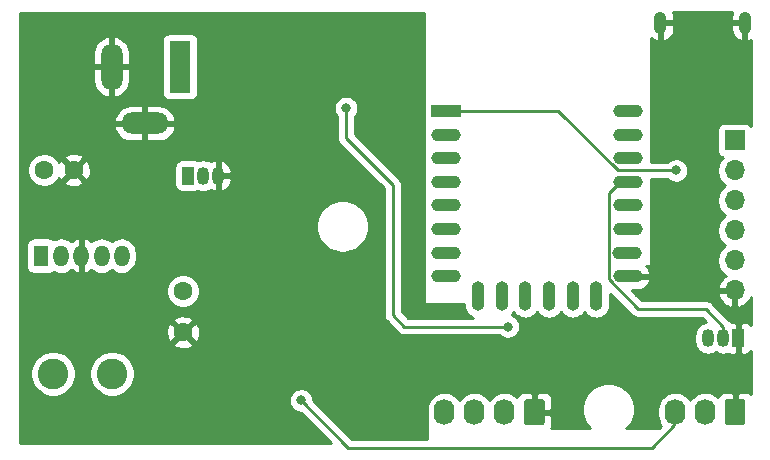
<source format=gbr>
G04 #@! TF.GenerationSoftware,KiCad,Pcbnew,(5.1.5)-3*
G04 #@! TF.CreationDate,2022-01-28T21:11:19+01:00*
G04 #@! TF.ProjectId,fanControl,66616e43-6f6e-4747-926f-6c2e6b696361,rev?*
G04 #@! TF.SameCoordinates,Original*
G04 #@! TF.FileFunction,Copper,L2,Bot*
G04 #@! TF.FilePolarity,Positive*
%FSLAX46Y46*%
G04 Gerber Fmt 4.6, Leading zero omitted, Abs format (unit mm)*
G04 Created by KiCad (PCBNEW (5.1.5)-3) date 2022-01-28 21:11:19*
%MOMM*%
%LPD*%
G04 APERTURE LIST*
%ADD10R,1.050000X1.500000*%
%ADD11O,1.050000X1.500000*%
%ADD12O,1.050000X1.900000*%
%ADD13O,1.740000X2.200000*%
%ADD14C,0.100000*%
%ADD15C,1.600000*%
%ADD16R,2.500000X1.100000*%
%ADD17O,2.500000X1.100000*%
%ADD18O,1.100000X2.500000*%
%ADD19O,1.700000X1.700000*%
%ADD20R,1.700000X1.700000*%
%ADD21C,2.600000*%
%ADD22O,4.000000X1.800000*%
%ADD23O,1.800000X4.000000*%
%ADD24R,1.800000X4.400000*%
%ADD25O,1.275000X1.800000*%
%ADD26R,1.275000X1.800000*%
%ADD27C,0.800000*%
%ADD28C,0.250000*%
%ADD29C,0.254000*%
G04 APERTURE END LIST*
D10*
X204500000Y-85250000D03*
D11*
X201960000Y-85250000D03*
X203230000Y-85250000D03*
D10*
X157930000Y-71480000D03*
D11*
X160470000Y-71480000D03*
X159200000Y-71480000D03*
D12*
X197925000Y-58550000D03*
X205075000Y-58550000D03*
D13*
X199170000Y-91500000D03*
X201710000Y-91500000D03*
G04 #@! TA.AperFunction,ComponentPad*
D14*
G36*
X204894505Y-90401204D02*
G01*
X204918773Y-90404804D01*
X204942572Y-90410765D01*
X204965671Y-90419030D01*
X204987850Y-90429520D01*
X205008893Y-90442132D01*
X205028599Y-90456747D01*
X205046777Y-90473223D01*
X205063253Y-90491401D01*
X205077868Y-90511107D01*
X205090480Y-90532150D01*
X205100970Y-90554329D01*
X205109235Y-90577428D01*
X205115196Y-90601227D01*
X205118796Y-90625495D01*
X205120000Y-90649999D01*
X205120000Y-92350001D01*
X205118796Y-92374505D01*
X205115196Y-92398773D01*
X205109235Y-92422572D01*
X205100970Y-92445671D01*
X205090480Y-92467850D01*
X205077868Y-92488893D01*
X205063253Y-92508599D01*
X205046777Y-92526777D01*
X205028599Y-92543253D01*
X205008893Y-92557868D01*
X204987850Y-92570480D01*
X204965671Y-92580970D01*
X204942572Y-92589235D01*
X204918773Y-92595196D01*
X204894505Y-92598796D01*
X204870001Y-92600000D01*
X203629999Y-92600000D01*
X203605495Y-92598796D01*
X203581227Y-92595196D01*
X203557428Y-92589235D01*
X203534329Y-92580970D01*
X203512150Y-92570480D01*
X203491107Y-92557868D01*
X203471401Y-92543253D01*
X203453223Y-92526777D01*
X203436747Y-92508599D01*
X203422132Y-92488893D01*
X203409520Y-92467850D01*
X203399030Y-92445671D01*
X203390765Y-92422572D01*
X203384804Y-92398773D01*
X203381204Y-92374505D01*
X203380000Y-92350001D01*
X203380000Y-90649999D01*
X203381204Y-90625495D01*
X203384804Y-90601227D01*
X203390765Y-90577428D01*
X203399030Y-90554329D01*
X203409520Y-90532150D01*
X203422132Y-90511107D01*
X203436747Y-90491401D01*
X203453223Y-90473223D01*
X203471401Y-90456747D01*
X203491107Y-90442132D01*
X203512150Y-90429520D01*
X203534329Y-90419030D01*
X203557428Y-90410765D01*
X203581227Y-90404804D01*
X203605495Y-90401204D01*
X203629999Y-90400000D01*
X204870001Y-90400000D01*
X204894505Y-90401204D01*
G37*
G04 #@! TD.AperFunction*
D13*
X179630000Y-91500000D03*
X182170000Y-91500000D03*
X184710000Y-91500000D03*
G04 #@! TA.AperFunction,ComponentPad*
D14*
G36*
X187894505Y-90401204D02*
G01*
X187918773Y-90404804D01*
X187942572Y-90410765D01*
X187965671Y-90419030D01*
X187987850Y-90429520D01*
X188008893Y-90442132D01*
X188028599Y-90456747D01*
X188046777Y-90473223D01*
X188063253Y-90491401D01*
X188077868Y-90511107D01*
X188090480Y-90532150D01*
X188100970Y-90554329D01*
X188109235Y-90577428D01*
X188115196Y-90601227D01*
X188118796Y-90625495D01*
X188120000Y-90649999D01*
X188120000Y-92350001D01*
X188118796Y-92374505D01*
X188115196Y-92398773D01*
X188109235Y-92422572D01*
X188100970Y-92445671D01*
X188090480Y-92467850D01*
X188077868Y-92488893D01*
X188063253Y-92508599D01*
X188046777Y-92526777D01*
X188028599Y-92543253D01*
X188008893Y-92557868D01*
X187987850Y-92570480D01*
X187965671Y-92580970D01*
X187942572Y-92589235D01*
X187918773Y-92595196D01*
X187894505Y-92598796D01*
X187870001Y-92600000D01*
X186629999Y-92600000D01*
X186605495Y-92598796D01*
X186581227Y-92595196D01*
X186557428Y-92589235D01*
X186534329Y-92580970D01*
X186512150Y-92570480D01*
X186491107Y-92557868D01*
X186471401Y-92543253D01*
X186453223Y-92526777D01*
X186436747Y-92508599D01*
X186422132Y-92488893D01*
X186409520Y-92467850D01*
X186399030Y-92445671D01*
X186390765Y-92422572D01*
X186384804Y-92398773D01*
X186381204Y-92374505D01*
X186380000Y-92350001D01*
X186380000Y-90649999D01*
X186381204Y-90625495D01*
X186384804Y-90601227D01*
X186390765Y-90577428D01*
X186399030Y-90554329D01*
X186409520Y-90532150D01*
X186422132Y-90511107D01*
X186436747Y-90491401D01*
X186453223Y-90473223D01*
X186471401Y-90456747D01*
X186491107Y-90442132D01*
X186512150Y-90429520D01*
X186534329Y-90419030D01*
X186557428Y-90410765D01*
X186581227Y-90404804D01*
X186605495Y-90401204D01*
X186629999Y-90400000D01*
X187870001Y-90400000D01*
X187894505Y-90401204D01*
G37*
G04 #@! TD.AperFunction*
D15*
X157500000Y-84750000D03*
X157500000Y-81250000D03*
D16*
X179800000Y-66000000D03*
D17*
X179800000Y-68000000D03*
X179800000Y-70000000D03*
X179800000Y-72000000D03*
X179800000Y-74000000D03*
X179800000Y-76000000D03*
X179800000Y-78000000D03*
X179800000Y-80000000D03*
X195200000Y-80000000D03*
X195100000Y-78000000D03*
X195200000Y-76000000D03*
X195200000Y-74000000D03*
X195200000Y-72000000D03*
X195200000Y-70000000D03*
X195200000Y-68000000D03*
X195200000Y-66000000D03*
D18*
X182490000Y-81700000D03*
X184490000Y-81700000D03*
X186490000Y-81700000D03*
X188490000Y-81700000D03*
X190490000Y-81700000D03*
X192490000Y-81700000D03*
D19*
X204200000Y-81200000D03*
X204200000Y-78660000D03*
X204200000Y-76120000D03*
X204200000Y-73580000D03*
X204200000Y-71040000D03*
D20*
X204200000Y-68500000D03*
D21*
X146500000Y-88250000D03*
X151500000Y-88250000D03*
D15*
X148250000Y-71000000D03*
X145750000Y-71000000D03*
D22*
X154250000Y-67050000D03*
D23*
X151450000Y-62250000D03*
D24*
X157250000Y-62250000D03*
D25*
X152300000Y-78250000D03*
X150600000Y-78250000D03*
X148900000Y-78250000D03*
X147200000Y-78250000D03*
D26*
X145500000Y-78250000D03*
D27*
X171362500Y-58062500D03*
X174550000Y-65200000D03*
X173400000Y-86000000D03*
X167500000Y-90500000D03*
X199250000Y-71040000D03*
X171300000Y-65750000D03*
X185000000Y-84250000D03*
D28*
X204200000Y-81200000D02*
X199700000Y-81200000D01*
X198500000Y-80000000D02*
X194500000Y-80000000D01*
X199700000Y-81200000D02*
X198500000Y-80000000D01*
X193524990Y-72975010D02*
X194500000Y-72000000D01*
X193524990Y-80262441D02*
X193524990Y-72975010D01*
X201742441Y-82762441D02*
X196024990Y-82762441D01*
X196024990Y-82762441D02*
X193524990Y-80262441D01*
X203230000Y-84250000D02*
X201742441Y-82762441D01*
X203230000Y-85250000D02*
X203230000Y-84250000D01*
X199110000Y-92600000D02*
X199110000Y-91500000D01*
X197210000Y-94500000D02*
X199110000Y-92600000D01*
X167500000Y-90500000D02*
X171500000Y-94500000D01*
X171500000Y-94500000D02*
X197210000Y-94500000D01*
X189250000Y-66000000D02*
X194290000Y-71040000D01*
X180500000Y-66000000D02*
X189250000Y-66000000D01*
X194290000Y-71040000D02*
X199250000Y-71040000D01*
X199250000Y-71040000D02*
X199250000Y-71040000D01*
X171300000Y-65750000D02*
X171300000Y-68300000D01*
X171300000Y-68300000D02*
X175250000Y-72250000D01*
X175250000Y-72250000D02*
X175250000Y-83250000D01*
X175250000Y-83250000D02*
X176250000Y-84250000D01*
X176250000Y-84250000D02*
X185000000Y-84250000D01*
X185000000Y-84250000D02*
X185000000Y-84250000D01*
D29*
G36*
X203962066Y-57774135D02*
G01*
X203915000Y-57998000D01*
X203915000Y-58423000D01*
X204948000Y-58423000D01*
X204948000Y-58403000D01*
X205202000Y-58403000D01*
X205202000Y-58423000D01*
X205222000Y-58423000D01*
X205222000Y-58677000D01*
X205202000Y-58677000D01*
X205202000Y-59968163D01*
X205380810Y-60093964D01*
X205565000Y-60027654D01*
X205565000Y-67276574D01*
X205501185Y-67198815D01*
X205404494Y-67119463D01*
X205294180Y-67060498D01*
X205174482Y-67024188D01*
X205050000Y-67011928D01*
X203350000Y-67011928D01*
X203225518Y-67024188D01*
X203105820Y-67060498D01*
X202995506Y-67119463D01*
X202898815Y-67198815D01*
X202819463Y-67295506D01*
X202760498Y-67405820D01*
X202724188Y-67525518D01*
X202711928Y-67650000D01*
X202711928Y-69350000D01*
X202724188Y-69474482D01*
X202760498Y-69594180D01*
X202819463Y-69704494D01*
X202898815Y-69801185D01*
X202995506Y-69880537D01*
X203105820Y-69939502D01*
X203178380Y-69961513D01*
X203046525Y-70093368D01*
X202884010Y-70336589D01*
X202772068Y-70606842D01*
X202715000Y-70893740D01*
X202715000Y-71186260D01*
X202772068Y-71473158D01*
X202884010Y-71743411D01*
X203046525Y-71986632D01*
X203253368Y-72193475D01*
X203427760Y-72310000D01*
X203253368Y-72426525D01*
X203046525Y-72633368D01*
X202884010Y-72876589D01*
X202772068Y-73146842D01*
X202715000Y-73433740D01*
X202715000Y-73726260D01*
X202772068Y-74013158D01*
X202884010Y-74283411D01*
X203046525Y-74526632D01*
X203253368Y-74733475D01*
X203427760Y-74850000D01*
X203253368Y-74966525D01*
X203046525Y-75173368D01*
X202884010Y-75416589D01*
X202772068Y-75686842D01*
X202715000Y-75973740D01*
X202715000Y-76266260D01*
X202772068Y-76553158D01*
X202884010Y-76823411D01*
X203046525Y-77066632D01*
X203253368Y-77273475D01*
X203427760Y-77390000D01*
X203253368Y-77506525D01*
X203046525Y-77713368D01*
X202884010Y-77956589D01*
X202772068Y-78226842D01*
X202715000Y-78513740D01*
X202715000Y-78806260D01*
X202772068Y-79093158D01*
X202884010Y-79363411D01*
X203046525Y-79606632D01*
X203253368Y-79813475D01*
X203435534Y-79935195D01*
X203318645Y-80004822D01*
X203102412Y-80199731D01*
X202928359Y-80433080D01*
X202803175Y-80695901D01*
X202758524Y-80843110D01*
X202879845Y-81073000D01*
X204073000Y-81073000D01*
X204073000Y-81053000D01*
X204327000Y-81053000D01*
X204327000Y-81073000D01*
X204347000Y-81073000D01*
X204347000Y-81327000D01*
X204327000Y-81327000D01*
X204327000Y-82520814D01*
X204556891Y-82641481D01*
X204831252Y-82544157D01*
X205081355Y-82395178D01*
X205297588Y-82200269D01*
X205471641Y-81966920D01*
X205565001Y-81770914D01*
X205565001Y-84163211D01*
X205555537Y-84145506D01*
X205476185Y-84048815D01*
X205379494Y-83969463D01*
X205269180Y-83910498D01*
X205149482Y-83874188D01*
X205025000Y-83861928D01*
X204785750Y-83865000D01*
X204627000Y-84023750D01*
X204627000Y-85123000D01*
X204647000Y-85123000D01*
X204647000Y-85377000D01*
X204627000Y-85377000D01*
X204627000Y-86476250D01*
X204785750Y-86635000D01*
X205025000Y-86638072D01*
X205149482Y-86625812D01*
X205269180Y-86589502D01*
X205379494Y-86530537D01*
X205476185Y-86451185D01*
X205555537Y-86354494D01*
X205565001Y-86336789D01*
X205565001Y-89943740D01*
X205474494Y-89869463D01*
X205364180Y-89810498D01*
X205244482Y-89774188D01*
X205120000Y-89761928D01*
X204535750Y-89765000D01*
X204377000Y-89923750D01*
X204377000Y-91373000D01*
X204397000Y-91373000D01*
X204397000Y-91627000D01*
X204377000Y-91627000D01*
X204377000Y-91647000D01*
X204123000Y-91647000D01*
X204123000Y-91627000D01*
X204103000Y-91627000D01*
X204103000Y-91373000D01*
X204123000Y-91373000D01*
X204123000Y-89923750D01*
X203964250Y-89765000D01*
X203380000Y-89761928D01*
X203255518Y-89774188D01*
X203135820Y-89810498D01*
X203025506Y-89869463D01*
X202928815Y-89948815D01*
X202849463Y-90045506D01*
X202790498Y-90155820D01*
X202777385Y-90199047D01*
X202550179Y-90012583D01*
X202288725Y-89872834D01*
X202005032Y-89786776D01*
X201710000Y-89757718D01*
X201414969Y-89786776D01*
X201131276Y-89872834D01*
X200869822Y-90012583D01*
X200640655Y-90200655D01*
X200452583Y-90429821D01*
X200440000Y-90453362D01*
X200427417Y-90429821D01*
X200239345Y-90200655D01*
X200010179Y-90012583D01*
X199748725Y-89872834D01*
X199465032Y-89786776D01*
X199170000Y-89757718D01*
X198874969Y-89786776D01*
X198591276Y-89872834D01*
X198329822Y-90012583D01*
X198100655Y-90200655D01*
X197912583Y-90429821D01*
X197772834Y-90691275D01*
X197686776Y-90974968D01*
X197665000Y-91196064D01*
X197665000Y-91803935D01*
X197686776Y-92025031D01*
X197772834Y-92308724D01*
X197912583Y-92570178D01*
X197981295Y-92653904D01*
X197761967Y-92873232D01*
X195037603Y-92873164D01*
X195236038Y-92674729D01*
X195480631Y-92308669D01*
X195649110Y-91901925D01*
X195735000Y-91470128D01*
X195735000Y-91029872D01*
X195649110Y-90598075D01*
X195480631Y-90191331D01*
X195236038Y-89825271D01*
X194924729Y-89513962D01*
X194558669Y-89269369D01*
X194151925Y-89100890D01*
X193720128Y-89015000D01*
X193279872Y-89015000D01*
X192848075Y-89100890D01*
X192441331Y-89269369D01*
X192075271Y-89513962D01*
X191763962Y-89825271D01*
X191519369Y-90191331D01*
X191350890Y-90598075D01*
X191265000Y-91029872D01*
X191265000Y-91470128D01*
X191350890Y-91901925D01*
X191519369Y-92308669D01*
X191763962Y-92674729D01*
X191962320Y-92873087D01*
X188694095Y-92873005D01*
X188709502Y-92844180D01*
X188745812Y-92724482D01*
X188758072Y-92600000D01*
X188755000Y-91785750D01*
X188596250Y-91627000D01*
X187377000Y-91627000D01*
X187377000Y-91647000D01*
X187123000Y-91647000D01*
X187123000Y-91627000D01*
X187103000Y-91627000D01*
X187103000Y-91373000D01*
X187123000Y-91373000D01*
X187123000Y-89923750D01*
X187377000Y-89923750D01*
X187377000Y-91373000D01*
X188596250Y-91373000D01*
X188755000Y-91214250D01*
X188758072Y-90400000D01*
X188745812Y-90275518D01*
X188709502Y-90155820D01*
X188650537Y-90045506D01*
X188571185Y-89948815D01*
X188474494Y-89869463D01*
X188364180Y-89810498D01*
X188244482Y-89774188D01*
X188120000Y-89761928D01*
X187535750Y-89765000D01*
X187377000Y-89923750D01*
X187123000Y-89923750D01*
X186964250Y-89765000D01*
X186380000Y-89761928D01*
X186255518Y-89774188D01*
X186135820Y-89810498D01*
X186025506Y-89869463D01*
X185928815Y-89948815D01*
X185849463Y-90045506D01*
X185790498Y-90155820D01*
X185777385Y-90199047D01*
X185550179Y-90012583D01*
X185288725Y-89872834D01*
X185005032Y-89786776D01*
X184710000Y-89757718D01*
X184414969Y-89786776D01*
X184131276Y-89872834D01*
X183869822Y-90012583D01*
X183640655Y-90200655D01*
X183452583Y-90429821D01*
X183440000Y-90453362D01*
X183427417Y-90429821D01*
X183239345Y-90200655D01*
X183010179Y-90012583D01*
X182748725Y-89872834D01*
X182465032Y-89786776D01*
X182170000Y-89757718D01*
X181874969Y-89786776D01*
X181591276Y-89872834D01*
X181329822Y-90012583D01*
X181100655Y-90200655D01*
X180912583Y-90429821D01*
X180900000Y-90453362D01*
X180887417Y-90429821D01*
X180699345Y-90200655D01*
X180470179Y-90012583D01*
X180208725Y-89872834D01*
X179925032Y-89786776D01*
X179630000Y-89757718D01*
X179334969Y-89786776D01*
X179051276Y-89872834D01*
X178789822Y-90012583D01*
X178560655Y-90200655D01*
X178372583Y-90429821D01*
X178232834Y-90691275D01*
X178146776Y-90974968D01*
X178125000Y-91196064D01*
X178125000Y-91803935D01*
X178146776Y-92025031D01*
X178182472Y-92142703D01*
X178179444Y-92144321D01*
X178160199Y-92160115D01*
X178144404Y-92179360D01*
X178132668Y-92201316D01*
X178125441Y-92225141D01*
X178123000Y-92249919D01*
X178123000Y-93740000D01*
X171814802Y-93740000D01*
X168535000Y-90460199D01*
X168535000Y-90398061D01*
X168495226Y-90198102D01*
X168417205Y-90009744D01*
X168303937Y-89840226D01*
X168159774Y-89696063D01*
X167990256Y-89582795D01*
X167801898Y-89504774D01*
X167601939Y-89465000D01*
X167398061Y-89465000D01*
X167198102Y-89504774D01*
X167009744Y-89582795D01*
X166840226Y-89696063D01*
X166696063Y-89840226D01*
X166582795Y-90009744D01*
X166504774Y-90198102D01*
X166465000Y-90398061D01*
X166465000Y-90601939D01*
X166504774Y-90801898D01*
X166582795Y-90990256D01*
X166696063Y-91159774D01*
X166840226Y-91303937D01*
X167009744Y-91417205D01*
X167198102Y-91495226D01*
X167398061Y-91535000D01*
X167460199Y-91535000D01*
X170048198Y-94123000D01*
X143685000Y-94123000D01*
X143685000Y-88059419D01*
X144565000Y-88059419D01*
X144565000Y-88440581D01*
X144639361Y-88814419D01*
X144785225Y-89166566D01*
X144996987Y-89483491D01*
X145266509Y-89753013D01*
X145583434Y-89964775D01*
X145935581Y-90110639D01*
X146309419Y-90185000D01*
X146690581Y-90185000D01*
X147064419Y-90110639D01*
X147416566Y-89964775D01*
X147733491Y-89753013D01*
X148003013Y-89483491D01*
X148214775Y-89166566D01*
X148360639Y-88814419D01*
X148435000Y-88440581D01*
X148435000Y-88059419D01*
X149565000Y-88059419D01*
X149565000Y-88440581D01*
X149639361Y-88814419D01*
X149785225Y-89166566D01*
X149996987Y-89483491D01*
X150266509Y-89753013D01*
X150583434Y-89964775D01*
X150935581Y-90110639D01*
X151309419Y-90185000D01*
X151690581Y-90185000D01*
X152064419Y-90110639D01*
X152416566Y-89964775D01*
X152733491Y-89753013D01*
X153003013Y-89483491D01*
X153214775Y-89166566D01*
X153360639Y-88814419D01*
X153435000Y-88440581D01*
X153435000Y-88059419D01*
X153360639Y-87685581D01*
X153214775Y-87333434D01*
X153003013Y-87016509D01*
X152733491Y-86746987D01*
X152416566Y-86535225D01*
X152064419Y-86389361D01*
X151690581Y-86315000D01*
X151309419Y-86315000D01*
X150935581Y-86389361D01*
X150583434Y-86535225D01*
X150266509Y-86746987D01*
X149996987Y-87016509D01*
X149785225Y-87333434D01*
X149639361Y-87685581D01*
X149565000Y-88059419D01*
X148435000Y-88059419D01*
X148360639Y-87685581D01*
X148214775Y-87333434D01*
X148003013Y-87016509D01*
X147733491Y-86746987D01*
X147416566Y-86535225D01*
X147064419Y-86389361D01*
X146690581Y-86315000D01*
X146309419Y-86315000D01*
X145935581Y-86389361D01*
X145583434Y-86535225D01*
X145266509Y-86746987D01*
X144996987Y-87016509D01*
X144785225Y-87333434D01*
X144639361Y-87685581D01*
X144565000Y-88059419D01*
X143685000Y-88059419D01*
X143685000Y-85742702D01*
X156686903Y-85742702D01*
X156758486Y-85986671D01*
X157013996Y-86107571D01*
X157288184Y-86176300D01*
X157570512Y-86190217D01*
X157850130Y-86148787D01*
X158116292Y-86053603D01*
X158241514Y-85986671D01*
X158313097Y-85742702D01*
X157500000Y-84929605D01*
X156686903Y-85742702D01*
X143685000Y-85742702D01*
X143685000Y-84820512D01*
X156059783Y-84820512D01*
X156101213Y-85100130D01*
X156196397Y-85366292D01*
X156263329Y-85491514D01*
X156507298Y-85563097D01*
X157320395Y-84750000D01*
X157679605Y-84750000D01*
X158492702Y-85563097D01*
X158736671Y-85491514D01*
X158857571Y-85236004D01*
X158926300Y-84961816D01*
X158940217Y-84679488D01*
X158898787Y-84399870D01*
X158803603Y-84133708D01*
X158736671Y-84008486D01*
X158492702Y-83936903D01*
X157679605Y-84750000D01*
X157320395Y-84750000D01*
X156507298Y-83936903D01*
X156263329Y-84008486D01*
X156142429Y-84263996D01*
X156073700Y-84538184D01*
X156059783Y-84820512D01*
X143685000Y-84820512D01*
X143685000Y-83757298D01*
X156686903Y-83757298D01*
X157500000Y-84570395D01*
X158313097Y-83757298D01*
X158241514Y-83513329D01*
X157986004Y-83392429D01*
X157711816Y-83323700D01*
X157429488Y-83309783D01*
X157149870Y-83351213D01*
X156883708Y-83446397D01*
X156758486Y-83513329D01*
X156686903Y-83757298D01*
X143685000Y-83757298D01*
X143685000Y-81108665D01*
X156065000Y-81108665D01*
X156065000Y-81391335D01*
X156120147Y-81668574D01*
X156228320Y-81929727D01*
X156385363Y-82164759D01*
X156585241Y-82364637D01*
X156820273Y-82521680D01*
X157081426Y-82629853D01*
X157358665Y-82685000D01*
X157641335Y-82685000D01*
X157918574Y-82629853D01*
X158179727Y-82521680D01*
X158414759Y-82364637D01*
X158614637Y-82164759D01*
X158771680Y-81929727D01*
X158879853Y-81668574D01*
X158935000Y-81391335D01*
X158935000Y-81108665D01*
X158879853Y-80831426D01*
X158771680Y-80570273D01*
X158614637Y-80335241D01*
X158414759Y-80135363D01*
X158179727Y-79978320D01*
X157918574Y-79870147D01*
X157641335Y-79815000D01*
X157358665Y-79815000D01*
X157081426Y-79870147D01*
X156820273Y-79978320D01*
X156585241Y-80135363D01*
X156385363Y-80335241D01*
X156228320Y-80570273D01*
X156120147Y-80831426D01*
X156065000Y-81108665D01*
X143685000Y-81108665D01*
X143685000Y-77350000D01*
X144224428Y-77350000D01*
X144224428Y-79150000D01*
X144236688Y-79274482D01*
X144272998Y-79394180D01*
X144331963Y-79504494D01*
X144411315Y-79601185D01*
X144508006Y-79680537D01*
X144618320Y-79739502D01*
X144738018Y-79775812D01*
X144862500Y-79788072D01*
X146137500Y-79788072D01*
X146261982Y-79775812D01*
X146381680Y-79739502D01*
X146491994Y-79680537D01*
X146568443Y-79617797D01*
X146710680Y-79693825D01*
X146950547Y-79766588D01*
X147200000Y-79791157D01*
X147449454Y-79766588D01*
X147689321Y-79693825D01*
X147910384Y-79575664D01*
X148049392Y-79461583D01*
X148090009Y-79502095D01*
X148298633Y-79641102D01*
X148530367Y-79736737D01*
X148576495Y-79743191D01*
X148773000Y-79618985D01*
X148773000Y-78377000D01*
X148753000Y-78377000D01*
X148753000Y-78123000D01*
X148773000Y-78123000D01*
X148773000Y-76881015D01*
X149027000Y-76881015D01*
X149027000Y-78123000D01*
X149047000Y-78123000D01*
X149047000Y-78377000D01*
X149027000Y-78377000D01*
X149027000Y-79618985D01*
X149223505Y-79743191D01*
X149269633Y-79736737D01*
X149501367Y-79641102D01*
X149709991Y-79502095D01*
X149750609Y-79461583D01*
X149889617Y-79575664D01*
X150110680Y-79693825D01*
X150350547Y-79766588D01*
X150600000Y-79791157D01*
X150849454Y-79766588D01*
X151089321Y-79693825D01*
X151310384Y-79575664D01*
X151450001Y-79461084D01*
X151589617Y-79575664D01*
X151810680Y-79693825D01*
X152050547Y-79766588D01*
X152300000Y-79791157D01*
X152549454Y-79766588D01*
X152789321Y-79693825D01*
X153010384Y-79575664D01*
X153204147Y-79416647D01*
X153363164Y-79222884D01*
X153481325Y-79001820D01*
X153554088Y-78761953D01*
X153572500Y-78575012D01*
X153572500Y-77924987D01*
X153554088Y-77738046D01*
X153481325Y-77498179D01*
X153363164Y-77277116D01*
X153204147Y-77083353D01*
X153010383Y-76924336D01*
X152789320Y-76806175D01*
X152549453Y-76733412D01*
X152300000Y-76708843D01*
X152050546Y-76733412D01*
X151810679Y-76806175D01*
X151589616Y-76924336D01*
X151450000Y-77038916D01*
X151310383Y-76924336D01*
X151089320Y-76806175D01*
X150849453Y-76733412D01*
X150600000Y-76708843D01*
X150350546Y-76733412D01*
X150110679Y-76806175D01*
X149889616Y-76924336D01*
X149750608Y-77038417D01*
X149709991Y-76997905D01*
X149501367Y-76858898D01*
X149269633Y-76763263D01*
X149223505Y-76756809D01*
X149027000Y-76881015D01*
X148773000Y-76881015D01*
X148576495Y-76756809D01*
X148530367Y-76763263D01*
X148298633Y-76858898D01*
X148090009Y-76997905D01*
X148049392Y-77038417D01*
X147910383Y-76924336D01*
X147689320Y-76806175D01*
X147449453Y-76733412D01*
X147200000Y-76708843D01*
X146950546Y-76733412D01*
X146710679Y-76806175D01*
X146568442Y-76882202D01*
X146491994Y-76819463D01*
X146381680Y-76760498D01*
X146261982Y-76724188D01*
X146137500Y-76711928D01*
X144862500Y-76711928D01*
X144738018Y-76724188D01*
X144618320Y-76760498D01*
X144508006Y-76819463D01*
X144411315Y-76898815D01*
X144331963Y-76995506D01*
X144272998Y-77105820D01*
X144236688Y-77225518D01*
X144224428Y-77350000D01*
X143685000Y-77350000D01*
X143685000Y-75529872D01*
X168765000Y-75529872D01*
X168765000Y-75970128D01*
X168850890Y-76401925D01*
X169019369Y-76808669D01*
X169263962Y-77174729D01*
X169575271Y-77486038D01*
X169941331Y-77730631D01*
X170348075Y-77899110D01*
X170779872Y-77985000D01*
X171220128Y-77985000D01*
X171651925Y-77899110D01*
X172058669Y-77730631D01*
X172424729Y-77486038D01*
X172736038Y-77174729D01*
X172980631Y-76808669D01*
X173149110Y-76401925D01*
X173235000Y-75970128D01*
X173235000Y-75529872D01*
X173149110Y-75098075D01*
X172980631Y-74691331D01*
X172736038Y-74325271D01*
X172424729Y-74013962D01*
X172058669Y-73769369D01*
X171651925Y-73600890D01*
X171220128Y-73515000D01*
X170779872Y-73515000D01*
X170348075Y-73600890D01*
X169941331Y-73769369D01*
X169575271Y-74013962D01*
X169263962Y-74325271D01*
X169019369Y-74691331D01*
X168850890Y-75098075D01*
X168765000Y-75529872D01*
X143685000Y-75529872D01*
X143685000Y-70858665D01*
X144315000Y-70858665D01*
X144315000Y-71141335D01*
X144370147Y-71418574D01*
X144478320Y-71679727D01*
X144635363Y-71914759D01*
X144835241Y-72114637D01*
X145070273Y-72271680D01*
X145331426Y-72379853D01*
X145608665Y-72435000D01*
X145891335Y-72435000D01*
X146168574Y-72379853D01*
X146429727Y-72271680D01*
X146664759Y-72114637D01*
X146786694Y-71992702D01*
X147436903Y-71992702D01*
X147508486Y-72236671D01*
X147763996Y-72357571D01*
X148038184Y-72426300D01*
X148320512Y-72440217D01*
X148600130Y-72398787D01*
X148866292Y-72303603D01*
X148991514Y-72236671D01*
X149063097Y-71992702D01*
X148250000Y-71179605D01*
X147436903Y-71992702D01*
X146786694Y-71992702D01*
X146864637Y-71914759D01*
X146998692Y-71714131D01*
X147013329Y-71741514D01*
X147257298Y-71813097D01*
X148070395Y-71000000D01*
X148429605Y-71000000D01*
X149242702Y-71813097D01*
X149486671Y-71741514D01*
X149607571Y-71486004D01*
X149676300Y-71211816D01*
X149690217Y-70929488D01*
X149660660Y-70730000D01*
X156766928Y-70730000D01*
X156766928Y-72230000D01*
X156779188Y-72354482D01*
X156815498Y-72474180D01*
X156874463Y-72584494D01*
X156953815Y-72681185D01*
X157050506Y-72760537D01*
X157160820Y-72819502D01*
X157280518Y-72855812D01*
X157405000Y-72868072D01*
X158455000Y-72868072D01*
X158579482Y-72855812D01*
X158699180Y-72819502D01*
X158763902Y-72784907D01*
X158972601Y-72848215D01*
X159200000Y-72870612D01*
X159427400Y-72848215D01*
X159646060Y-72781885D01*
X159834669Y-72681071D01*
X159893118Y-72722275D01*
X160102663Y-72815272D01*
X160164190Y-72823964D01*
X160343000Y-72698163D01*
X160343000Y-71933108D01*
X160343215Y-71932399D01*
X160360000Y-71761978D01*
X160360000Y-71607000D01*
X160597000Y-71607000D01*
X160597000Y-72698163D01*
X160775810Y-72823964D01*
X160837337Y-72815272D01*
X161046882Y-72722275D01*
X161234258Y-72590184D01*
X161392264Y-72424076D01*
X161514828Y-72230334D01*
X161597239Y-72016404D01*
X161636331Y-71790507D01*
X161476598Y-71607000D01*
X160597000Y-71607000D01*
X160360000Y-71607000D01*
X160360000Y-71198021D01*
X160343215Y-71027600D01*
X160343000Y-71026891D01*
X160343000Y-70261837D01*
X160597000Y-70261837D01*
X160597000Y-71353000D01*
X161476598Y-71353000D01*
X161636331Y-71169493D01*
X161597239Y-70943596D01*
X161514828Y-70729666D01*
X161392264Y-70535924D01*
X161234258Y-70369816D01*
X161046882Y-70237725D01*
X160837337Y-70144728D01*
X160775810Y-70136036D01*
X160597000Y-70261837D01*
X160343000Y-70261837D01*
X160164190Y-70136036D01*
X160102663Y-70144728D01*
X159893118Y-70237725D01*
X159834669Y-70278929D01*
X159646059Y-70178115D01*
X159427399Y-70111785D01*
X159200000Y-70089388D01*
X158972600Y-70111785D01*
X158763902Y-70175093D01*
X158699180Y-70140498D01*
X158579482Y-70104188D01*
X158455000Y-70091928D01*
X157405000Y-70091928D01*
X157280518Y-70104188D01*
X157160820Y-70140498D01*
X157050506Y-70199463D01*
X156953815Y-70278815D01*
X156874463Y-70375506D01*
X156815498Y-70485820D01*
X156779188Y-70605518D01*
X156766928Y-70730000D01*
X149660660Y-70730000D01*
X149648787Y-70649870D01*
X149553603Y-70383708D01*
X149486671Y-70258486D01*
X149242702Y-70186903D01*
X148429605Y-71000000D01*
X148070395Y-71000000D01*
X147257298Y-70186903D01*
X147013329Y-70258486D01*
X146999676Y-70287341D01*
X146864637Y-70085241D01*
X146786694Y-70007298D01*
X147436903Y-70007298D01*
X148250000Y-70820395D01*
X149063097Y-70007298D01*
X148991514Y-69763329D01*
X148736004Y-69642429D01*
X148461816Y-69573700D01*
X148179488Y-69559783D01*
X147899870Y-69601213D01*
X147633708Y-69696397D01*
X147508486Y-69763329D01*
X147436903Y-70007298D01*
X146786694Y-70007298D01*
X146664759Y-69885363D01*
X146429727Y-69728320D01*
X146168574Y-69620147D01*
X145891335Y-69565000D01*
X145608665Y-69565000D01*
X145331426Y-69620147D01*
X145070273Y-69728320D01*
X144835241Y-69885363D01*
X144635363Y-70085241D01*
X144478320Y-70320273D01*
X144370147Y-70581426D01*
X144315000Y-70858665D01*
X143685000Y-70858665D01*
X143685000Y-67414740D01*
X151658964Y-67414740D01*
X151683245Y-67520087D01*
X151803138Y-67797204D01*
X151974790Y-68045606D01*
X152191604Y-68255748D01*
X152445249Y-68419554D01*
X152725977Y-68530729D01*
X153023000Y-68585000D01*
X154123000Y-68585000D01*
X154123000Y-67177000D01*
X154377000Y-67177000D01*
X154377000Y-68585000D01*
X155477000Y-68585000D01*
X155774023Y-68530729D01*
X156054751Y-68419554D01*
X156308396Y-68255748D01*
X156525210Y-68045606D01*
X156696862Y-67797204D01*
X156816755Y-67520087D01*
X156841036Y-67414740D01*
X156720378Y-67177000D01*
X154377000Y-67177000D01*
X154123000Y-67177000D01*
X151779622Y-67177000D01*
X151658964Y-67414740D01*
X143685000Y-67414740D01*
X143685000Y-66685260D01*
X151658964Y-66685260D01*
X151779622Y-66923000D01*
X154123000Y-66923000D01*
X154123000Y-65515000D01*
X154377000Y-65515000D01*
X154377000Y-66923000D01*
X156720378Y-66923000D01*
X156841036Y-66685260D01*
X156816755Y-66579913D01*
X156696862Y-66302796D01*
X156525210Y-66054394D01*
X156308396Y-65844252D01*
X156054751Y-65680446D01*
X155774023Y-65569271D01*
X155477000Y-65515000D01*
X154377000Y-65515000D01*
X154123000Y-65515000D01*
X153023000Y-65515000D01*
X152725977Y-65569271D01*
X152445249Y-65680446D01*
X152191604Y-65844252D01*
X151974790Y-66054394D01*
X151803138Y-66302796D01*
X151683245Y-66579913D01*
X151658964Y-66685260D01*
X143685000Y-66685260D01*
X143685000Y-62377000D01*
X149915000Y-62377000D01*
X149915000Y-63477000D01*
X149969271Y-63774023D01*
X150080446Y-64054751D01*
X150244252Y-64308396D01*
X150454394Y-64525210D01*
X150702796Y-64696862D01*
X150979913Y-64816755D01*
X151085260Y-64841036D01*
X151323000Y-64720378D01*
X151323000Y-62377000D01*
X151577000Y-62377000D01*
X151577000Y-64720378D01*
X151814740Y-64841036D01*
X151920087Y-64816755D01*
X152197204Y-64696862D01*
X152445606Y-64525210D01*
X152655748Y-64308396D01*
X152819554Y-64054751D01*
X152930729Y-63774023D01*
X152985000Y-63477000D01*
X152985000Y-62377000D01*
X151577000Y-62377000D01*
X151323000Y-62377000D01*
X149915000Y-62377000D01*
X143685000Y-62377000D01*
X143685000Y-61023000D01*
X149915000Y-61023000D01*
X149915000Y-62123000D01*
X151323000Y-62123000D01*
X151323000Y-59779622D01*
X151577000Y-59779622D01*
X151577000Y-62123000D01*
X152985000Y-62123000D01*
X152985000Y-61023000D01*
X152930729Y-60725977D01*
X152819554Y-60445249D01*
X152655748Y-60191604D01*
X152518502Y-60050000D01*
X155711928Y-60050000D01*
X155711928Y-64450000D01*
X155724188Y-64574482D01*
X155760498Y-64694180D01*
X155819463Y-64804494D01*
X155898815Y-64901185D01*
X155995506Y-64980537D01*
X156105820Y-65039502D01*
X156225518Y-65075812D01*
X156350000Y-65088072D01*
X158150000Y-65088072D01*
X158274482Y-65075812D01*
X158394180Y-65039502D01*
X158504494Y-64980537D01*
X158601185Y-64901185D01*
X158680537Y-64804494D01*
X158739502Y-64694180D01*
X158775812Y-64574482D01*
X158788072Y-64450000D01*
X158788072Y-60050000D01*
X158775812Y-59925518D01*
X158739502Y-59805820D01*
X158680537Y-59695506D01*
X158601185Y-59598815D01*
X158504494Y-59519463D01*
X158394180Y-59460498D01*
X158274482Y-59424188D01*
X158150000Y-59411928D01*
X156350000Y-59411928D01*
X156225518Y-59424188D01*
X156105820Y-59460498D01*
X155995506Y-59519463D01*
X155898815Y-59598815D01*
X155819463Y-59695506D01*
X155760498Y-59805820D01*
X155724188Y-59925518D01*
X155711928Y-60050000D01*
X152518502Y-60050000D01*
X152445606Y-59974790D01*
X152197204Y-59803138D01*
X151920087Y-59683245D01*
X151814740Y-59658964D01*
X151577000Y-59779622D01*
X151323000Y-59779622D01*
X151085260Y-59658964D01*
X150979913Y-59683245D01*
X150702796Y-59803138D01*
X150454394Y-59974790D01*
X150244252Y-60191604D01*
X150080446Y-60445249D01*
X149969271Y-60725977D01*
X149915000Y-61023000D01*
X143685000Y-61023000D01*
X143685000Y-57685000D01*
X177873000Y-57685000D01*
X177873000Y-82250000D01*
X177875440Y-82274776D01*
X177882667Y-82298601D01*
X177894403Y-82320557D01*
X177910197Y-82339803D01*
X177929443Y-82355597D01*
X177951399Y-82367333D01*
X177975224Y-82374560D01*
X178000000Y-82377000D01*
X181305000Y-82377000D01*
X181305000Y-82458207D01*
X181322147Y-82632300D01*
X181389906Y-82855674D01*
X181499943Y-83061536D01*
X181648026Y-83241975D01*
X181828465Y-83390058D01*
X182015443Y-83490000D01*
X176564802Y-83490000D01*
X176010000Y-82935199D01*
X176010000Y-72287333D01*
X176013677Y-72250000D01*
X175999003Y-72101014D01*
X175955546Y-71957753D01*
X175884974Y-71825724D01*
X175819173Y-71745545D01*
X175790001Y-71709999D01*
X175761004Y-71686202D01*
X172060000Y-67985199D01*
X172060000Y-66453711D01*
X172103937Y-66409774D01*
X172217205Y-66240256D01*
X172295226Y-66051898D01*
X172335000Y-65851939D01*
X172335000Y-65648061D01*
X172295226Y-65448102D01*
X172217205Y-65259744D01*
X172103937Y-65090226D01*
X171959774Y-64946063D01*
X171790256Y-64832795D01*
X171601898Y-64754774D01*
X171401939Y-64715000D01*
X171198061Y-64715000D01*
X170998102Y-64754774D01*
X170809744Y-64832795D01*
X170640226Y-64946063D01*
X170496063Y-65090226D01*
X170382795Y-65259744D01*
X170304774Y-65448102D01*
X170265000Y-65648061D01*
X170265000Y-65851939D01*
X170304774Y-66051898D01*
X170382795Y-66240256D01*
X170496063Y-66409774D01*
X170540000Y-66453711D01*
X170540001Y-68262668D01*
X170536324Y-68300000D01*
X170550998Y-68448985D01*
X170594454Y-68592246D01*
X170665026Y-68724276D01*
X170736201Y-68811002D01*
X170760000Y-68840001D01*
X170788998Y-68863799D01*
X174490000Y-72564802D01*
X174490001Y-83212668D01*
X174486324Y-83250000D01*
X174500998Y-83398985D01*
X174544454Y-83542246D01*
X174615026Y-83674276D01*
X174668142Y-83738997D01*
X174710000Y-83790001D01*
X174738998Y-83813799D01*
X175686201Y-84761003D01*
X175709999Y-84790001D01*
X175738997Y-84813799D01*
X175825724Y-84884974D01*
X175957753Y-84955546D01*
X176101014Y-84999003D01*
X176250000Y-85013677D01*
X176287333Y-85010000D01*
X184296289Y-85010000D01*
X184340226Y-85053937D01*
X184509744Y-85167205D01*
X184698102Y-85245226D01*
X184898061Y-85285000D01*
X185101939Y-85285000D01*
X185301898Y-85245226D01*
X185490256Y-85167205D01*
X185659774Y-85053937D01*
X185803937Y-84909774D01*
X185917205Y-84740256D01*
X185995226Y-84551898D01*
X186035000Y-84351939D01*
X186035000Y-84148061D01*
X185995226Y-83948102D01*
X185917205Y-83759744D01*
X185803937Y-83590226D01*
X185659774Y-83446063D01*
X185490256Y-83332795D01*
X185311522Y-83258760D01*
X185331975Y-83241975D01*
X185480058Y-83061536D01*
X185490000Y-83042935D01*
X185499943Y-83061536D01*
X185648026Y-83241975D01*
X185828465Y-83390058D01*
X186034327Y-83500094D01*
X186257701Y-83567853D01*
X186490000Y-83590733D01*
X186722300Y-83567853D01*
X186945674Y-83500094D01*
X187151536Y-83390058D01*
X187331975Y-83241975D01*
X187480058Y-83061536D01*
X187490000Y-83042935D01*
X187499943Y-83061536D01*
X187648026Y-83241975D01*
X187828465Y-83390058D01*
X188034327Y-83500094D01*
X188257701Y-83567853D01*
X188490000Y-83590733D01*
X188722300Y-83567853D01*
X188945674Y-83500094D01*
X189151536Y-83390058D01*
X189331975Y-83241975D01*
X189480058Y-83061536D01*
X189490000Y-83042935D01*
X189499943Y-83061536D01*
X189648026Y-83241975D01*
X189828465Y-83390058D01*
X190034327Y-83500094D01*
X190257701Y-83567853D01*
X190490000Y-83590733D01*
X190722300Y-83567853D01*
X190945674Y-83500094D01*
X191151536Y-83390058D01*
X191331975Y-83241975D01*
X191480058Y-83061536D01*
X191490000Y-83042935D01*
X191499943Y-83061536D01*
X191648026Y-83241975D01*
X191828465Y-83390058D01*
X192034327Y-83500094D01*
X192257701Y-83567853D01*
X192490000Y-83590733D01*
X192722300Y-83567853D01*
X192945674Y-83500094D01*
X193151536Y-83390058D01*
X193331975Y-83241975D01*
X193480058Y-83061536D01*
X193590094Y-82855674D01*
X193657853Y-82632300D01*
X193675000Y-82458207D01*
X193675000Y-81487252D01*
X195461190Y-83273443D01*
X195484989Y-83302442D01*
X195513987Y-83326240D01*
X195600713Y-83397415D01*
X195732743Y-83467987D01*
X195876004Y-83511444D01*
X195987657Y-83522441D01*
X195987667Y-83522441D01*
X196024990Y-83526117D01*
X196062313Y-83522441D01*
X201427640Y-83522441D01*
X201782108Y-83876909D01*
X201732601Y-83881785D01*
X201513941Y-83948115D01*
X201312422Y-84055829D01*
X201135789Y-84200788D01*
X200990830Y-84377421D01*
X200883115Y-84578940D01*
X200816785Y-84797600D01*
X200800000Y-84968021D01*
X200800000Y-85531978D01*
X200816785Y-85702399D01*
X200883115Y-85921059D01*
X200990829Y-86122578D01*
X201135788Y-86299212D01*
X201312421Y-86444171D01*
X201513940Y-86551885D01*
X201732600Y-86618215D01*
X201960000Y-86640612D01*
X202187399Y-86618215D01*
X202406059Y-86551885D01*
X202595000Y-86450894D01*
X202783940Y-86551885D01*
X203002600Y-86618215D01*
X203230000Y-86640612D01*
X203457399Y-86618215D01*
X203666098Y-86554907D01*
X203730820Y-86589502D01*
X203850518Y-86625812D01*
X203975000Y-86638072D01*
X204214250Y-86635000D01*
X204373000Y-86476250D01*
X204373000Y-85703109D01*
X204373215Y-85702400D01*
X204390000Y-85531979D01*
X204390000Y-84968022D01*
X204373215Y-84797601D01*
X204373000Y-84796892D01*
X204373000Y-84023750D01*
X204214250Y-83865000D01*
X203975000Y-83861928D01*
X203888861Y-83870412D01*
X203864974Y-83825723D01*
X203793799Y-83738997D01*
X203770001Y-83709999D01*
X203741003Y-83686201D01*
X202306245Y-82251444D01*
X202282442Y-82222440D01*
X202166717Y-82127467D01*
X202034688Y-82056895D01*
X201891427Y-82013438D01*
X201779774Y-82002441D01*
X201779763Y-82002441D01*
X201742441Y-81998765D01*
X201705119Y-82002441D01*
X196339792Y-82002441D01*
X195894241Y-81556890D01*
X202758524Y-81556890D01*
X202803175Y-81704099D01*
X202928359Y-81966920D01*
X203102412Y-82200269D01*
X203318645Y-82395178D01*
X203568748Y-82544157D01*
X203843109Y-82641481D01*
X204073000Y-82520814D01*
X204073000Y-81327000D01*
X202879845Y-81327000D01*
X202758524Y-81556890D01*
X195894241Y-81556890D01*
X195522351Y-81185000D01*
X196027000Y-81185000D01*
X196255742Y-81137454D01*
X196470813Y-81046196D01*
X196663948Y-80914734D01*
X196827725Y-80748119D01*
X196955850Y-80552754D01*
X197043399Y-80336147D01*
X197043803Y-80309744D01*
X196918361Y-80127000D01*
X195327000Y-80127000D01*
X195327000Y-80147000D01*
X195073000Y-80147000D01*
X195073000Y-80127000D01*
X195053000Y-80127000D01*
X195053000Y-79873000D01*
X195073000Y-79873000D01*
X195073000Y-79853000D01*
X195327000Y-79853000D01*
X195327000Y-79873000D01*
X196918361Y-79873000D01*
X197043803Y-79690256D01*
X197043399Y-79663853D01*
X196955850Y-79447246D01*
X196827725Y-79251881D01*
X196704971Y-79127000D01*
X197000000Y-79127000D01*
X197024776Y-79124560D01*
X197048601Y-79117333D01*
X197070557Y-79105597D01*
X197089803Y-79089803D01*
X197105597Y-79070557D01*
X197117333Y-79048601D01*
X197124560Y-79024776D01*
X197127000Y-79000000D01*
X197127000Y-71800000D01*
X198546289Y-71800000D01*
X198590226Y-71843937D01*
X198759744Y-71957205D01*
X198948102Y-72035226D01*
X199148061Y-72075000D01*
X199351939Y-72075000D01*
X199551898Y-72035226D01*
X199740256Y-71957205D01*
X199909774Y-71843937D01*
X200053937Y-71699774D01*
X200167205Y-71530256D01*
X200245226Y-71341898D01*
X200285000Y-71141939D01*
X200285000Y-70938061D01*
X200245226Y-70738102D01*
X200167205Y-70549744D01*
X200053937Y-70380226D01*
X199909774Y-70236063D01*
X199740256Y-70122795D01*
X199551898Y-70044774D01*
X199351939Y-70005000D01*
X199148061Y-70005000D01*
X198948102Y-70044774D01*
X198759744Y-70122795D01*
X198590226Y-70236063D01*
X198546289Y-70280000D01*
X197127000Y-70280000D01*
X197127000Y-59818942D01*
X197194559Y-59885047D01*
X197386136Y-60010063D01*
X197619190Y-60093964D01*
X197798000Y-59968163D01*
X197798000Y-58677000D01*
X198052000Y-58677000D01*
X198052000Y-59968163D01*
X198230810Y-60093964D01*
X198463864Y-60010063D01*
X198655441Y-59885047D01*
X198818947Y-59725059D01*
X198948099Y-59536246D01*
X199037934Y-59325865D01*
X199085000Y-59102000D01*
X199085000Y-58677000D01*
X203915000Y-58677000D01*
X203915000Y-59102000D01*
X203962066Y-59325865D01*
X204051901Y-59536246D01*
X204181053Y-59725059D01*
X204344559Y-59885047D01*
X204536136Y-60010063D01*
X204769190Y-60093964D01*
X204948000Y-59968163D01*
X204948000Y-58677000D01*
X203915000Y-58677000D01*
X199085000Y-58677000D01*
X198052000Y-58677000D01*
X197798000Y-58677000D01*
X197778000Y-58677000D01*
X197778000Y-58423000D01*
X197798000Y-58423000D01*
X197798000Y-58403000D01*
X198052000Y-58403000D01*
X198052000Y-58423000D01*
X199085000Y-58423000D01*
X199085000Y-57998000D01*
X199037934Y-57774135D01*
X198989197Y-57660000D01*
X204010803Y-57660000D01*
X203962066Y-57774135D01*
G37*
X203962066Y-57774135D02*
X203915000Y-57998000D01*
X203915000Y-58423000D01*
X204948000Y-58423000D01*
X204948000Y-58403000D01*
X205202000Y-58403000D01*
X205202000Y-58423000D01*
X205222000Y-58423000D01*
X205222000Y-58677000D01*
X205202000Y-58677000D01*
X205202000Y-59968163D01*
X205380810Y-60093964D01*
X205565000Y-60027654D01*
X205565000Y-67276574D01*
X205501185Y-67198815D01*
X205404494Y-67119463D01*
X205294180Y-67060498D01*
X205174482Y-67024188D01*
X205050000Y-67011928D01*
X203350000Y-67011928D01*
X203225518Y-67024188D01*
X203105820Y-67060498D01*
X202995506Y-67119463D01*
X202898815Y-67198815D01*
X202819463Y-67295506D01*
X202760498Y-67405820D01*
X202724188Y-67525518D01*
X202711928Y-67650000D01*
X202711928Y-69350000D01*
X202724188Y-69474482D01*
X202760498Y-69594180D01*
X202819463Y-69704494D01*
X202898815Y-69801185D01*
X202995506Y-69880537D01*
X203105820Y-69939502D01*
X203178380Y-69961513D01*
X203046525Y-70093368D01*
X202884010Y-70336589D01*
X202772068Y-70606842D01*
X202715000Y-70893740D01*
X202715000Y-71186260D01*
X202772068Y-71473158D01*
X202884010Y-71743411D01*
X203046525Y-71986632D01*
X203253368Y-72193475D01*
X203427760Y-72310000D01*
X203253368Y-72426525D01*
X203046525Y-72633368D01*
X202884010Y-72876589D01*
X202772068Y-73146842D01*
X202715000Y-73433740D01*
X202715000Y-73726260D01*
X202772068Y-74013158D01*
X202884010Y-74283411D01*
X203046525Y-74526632D01*
X203253368Y-74733475D01*
X203427760Y-74850000D01*
X203253368Y-74966525D01*
X203046525Y-75173368D01*
X202884010Y-75416589D01*
X202772068Y-75686842D01*
X202715000Y-75973740D01*
X202715000Y-76266260D01*
X202772068Y-76553158D01*
X202884010Y-76823411D01*
X203046525Y-77066632D01*
X203253368Y-77273475D01*
X203427760Y-77390000D01*
X203253368Y-77506525D01*
X203046525Y-77713368D01*
X202884010Y-77956589D01*
X202772068Y-78226842D01*
X202715000Y-78513740D01*
X202715000Y-78806260D01*
X202772068Y-79093158D01*
X202884010Y-79363411D01*
X203046525Y-79606632D01*
X203253368Y-79813475D01*
X203435534Y-79935195D01*
X203318645Y-80004822D01*
X203102412Y-80199731D01*
X202928359Y-80433080D01*
X202803175Y-80695901D01*
X202758524Y-80843110D01*
X202879845Y-81073000D01*
X204073000Y-81073000D01*
X204073000Y-81053000D01*
X204327000Y-81053000D01*
X204327000Y-81073000D01*
X204347000Y-81073000D01*
X204347000Y-81327000D01*
X204327000Y-81327000D01*
X204327000Y-82520814D01*
X204556891Y-82641481D01*
X204831252Y-82544157D01*
X205081355Y-82395178D01*
X205297588Y-82200269D01*
X205471641Y-81966920D01*
X205565001Y-81770914D01*
X205565001Y-84163211D01*
X205555537Y-84145506D01*
X205476185Y-84048815D01*
X205379494Y-83969463D01*
X205269180Y-83910498D01*
X205149482Y-83874188D01*
X205025000Y-83861928D01*
X204785750Y-83865000D01*
X204627000Y-84023750D01*
X204627000Y-85123000D01*
X204647000Y-85123000D01*
X204647000Y-85377000D01*
X204627000Y-85377000D01*
X204627000Y-86476250D01*
X204785750Y-86635000D01*
X205025000Y-86638072D01*
X205149482Y-86625812D01*
X205269180Y-86589502D01*
X205379494Y-86530537D01*
X205476185Y-86451185D01*
X205555537Y-86354494D01*
X205565001Y-86336789D01*
X205565001Y-89943740D01*
X205474494Y-89869463D01*
X205364180Y-89810498D01*
X205244482Y-89774188D01*
X205120000Y-89761928D01*
X204535750Y-89765000D01*
X204377000Y-89923750D01*
X204377000Y-91373000D01*
X204397000Y-91373000D01*
X204397000Y-91627000D01*
X204377000Y-91627000D01*
X204377000Y-91647000D01*
X204123000Y-91647000D01*
X204123000Y-91627000D01*
X204103000Y-91627000D01*
X204103000Y-91373000D01*
X204123000Y-91373000D01*
X204123000Y-89923750D01*
X203964250Y-89765000D01*
X203380000Y-89761928D01*
X203255518Y-89774188D01*
X203135820Y-89810498D01*
X203025506Y-89869463D01*
X202928815Y-89948815D01*
X202849463Y-90045506D01*
X202790498Y-90155820D01*
X202777385Y-90199047D01*
X202550179Y-90012583D01*
X202288725Y-89872834D01*
X202005032Y-89786776D01*
X201710000Y-89757718D01*
X201414969Y-89786776D01*
X201131276Y-89872834D01*
X200869822Y-90012583D01*
X200640655Y-90200655D01*
X200452583Y-90429821D01*
X200440000Y-90453362D01*
X200427417Y-90429821D01*
X200239345Y-90200655D01*
X200010179Y-90012583D01*
X199748725Y-89872834D01*
X199465032Y-89786776D01*
X199170000Y-89757718D01*
X198874969Y-89786776D01*
X198591276Y-89872834D01*
X198329822Y-90012583D01*
X198100655Y-90200655D01*
X197912583Y-90429821D01*
X197772834Y-90691275D01*
X197686776Y-90974968D01*
X197665000Y-91196064D01*
X197665000Y-91803935D01*
X197686776Y-92025031D01*
X197772834Y-92308724D01*
X197912583Y-92570178D01*
X197981295Y-92653904D01*
X197761967Y-92873232D01*
X195037603Y-92873164D01*
X195236038Y-92674729D01*
X195480631Y-92308669D01*
X195649110Y-91901925D01*
X195735000Y-91470128D01*
X195735000Y-91029872D01*
X195649110Y-90598075D01*
X195480631Y-90191331D01*
X195236038Y-89825271D01*
X194924729Y-89513962D01*
X194558669Y-89269369D01*
X194151925Y-89100890D01*
X193720128Y-89015000D01*
X193279872Y-89015000D01*
X192848075Y-89100890D01*
X192441331Y-89269369D01*
X192075271Y-89513962D01*
X191763962Y-89825271D01*
X191519369Y-90191331D01*
X191350890Y-90598075D01*
X191265000Y-91029872D01*
X191265000Y-91470128D01*
X191350890Y-91901925D01*
X191519369Y-92308669D01*
X191763962Y-92674729D01*
X191962320Y-92873087D01*
X188694095Y-92873005D01*
X188709502Y-92844180D01*
X188745812Y-92724482D01*
X188758072Y-92600000D01*
X188755000Y-91785750D01*
X188596250Y-91627000D01*
X187377000Y-91627000D01*
X187377000Y-91647000D01*
X187123000Y-91647000D01*
X187123000Y-91627000D01*
X187103000Y-91627000D01*
X187103000Y-91373000D01*
X187123000Y-91373000D01*
X187123000Y-89923750D01*
X187377000Y-89923750D01*
X187377000Y-91373000D01*
X188596250Y-91373000D01*
X188755000Y-91214250D01*
X188758072Y-90400000D01*
X188745812Y-90275518D01*
X188709502Y-90155820D01*
X188650537Y-90045506D01*
X188571185Y-89948815D01*
X188474494Y-89869463D01*
X188364180Y-89810498D01*
X188244482Y-89774188D01*
X188120000Y-89761928D01*
X187535750Y-89765000D01*
X187377000Y-89923750D01*
X187123000Y-89923750D01*
X186964250Y-89765000D01*
X186380000Y-89761928D01*
X186255518Y-89774188D01*
X186135820Y-89810498D01*
X186025506Y-89869463D01*
X185928815Y-89948815D01*
X185849463Y-90045506D01*
X185790498Y-90155820D01*
X185777385Y-90199047D01*
X185550179Y-90012583D01*
X185288725Y-89872834D01*
X185005032Y-89786776D01*
X184710000Y-89757718D01*
X184414969Y-89786776D01*
X184131276Y-89872834D01*
X183869822Y-90012583D01*
X183640655Y-90200655D01*
X183452583Y-90429821D01*
X183440000Y-90453362D01*
X183427417Y-90429821D01*
X183239345Y-90200655D01*
X183010179Y-90012583D01*
X182748725Y-89872834D01*
X182465032Y-89786776D01*
X182170000Y-89757718D01*
X181874969Y-89786776D01*
X181591276Y-89872834D01*
X181329822Y-90012583D01*
X181100655Y-90200655D01*
X180912583Y-90429821D01*
X180900000Y-90453362D01*
X180887417Y-90429821D01*
X180699345Y-90200655D01*
X180470179Y-90012583D01*
X180208725Y-89872834D01*
X179925032Y-89786776D01*
X179630000Y-89757718D01*
X179334969Y-89786776D01*
X179051276Y-89872834D01*
X178789822Y-90012583D01*
X178560655Y-90200655D01*
X178372583Y-90429821D01*
X178232834Y-90691275D01*
X178146776Y-90974968D01*
X178125000Y-91196064D01*
X178125000Y-91803935D01*
X178146776Y-92025031D01*
X178182472Y-92142703D01*
X178179444Y-92144321D01*
X178160199Y-92160115D01*
X178144404Y-92179360D01*
X178132668Y-92201316D01*
X178125441Y-92225141D01*
X178123000Y-92249919D01*
X178123000Y-93740000D01*
X171814802Y-93740000D01*
X168535000Y-90460199D01*
X168535000Y-90398061D01*
X168495226Y-90198102D01*
X168417205Y-90009744D01*
X168303937Y-89840226D01*
X168159774Y-89696063D01*
X167990256Y-89582795D01*
X167801898Y-89504774D01*
X167601939Y-89465000D01*
X167398061Y-89465000D01*
X167198102Y-89504774D01*
X167009744Y-89582795D01*
X166840226Y-89696063D01*
X166696063Y-89840226D01*
X166582795Y-90009744D01*
X166504774Y-90198102D01*
X166465000Y-90398061D01*
X166465000Y-90601939D01*
X166504774Y-90801898D01*
X166582795Y-90990256D01*
X166696063Y-91159774D01*
X166840226Y-91303937D01*
X167009744Y-91417205D01*
X167198102Y-91495226D01*
X167398061Y-91535000D01*
X167460199Y-91535000D01*
X170048198Y-94123000D01*
X143685000Y-94123000D01*
X143685000Y-88059419D01*
X144565000Y-88059419D01*
X144565000Y-88440581D01*
X144639361Y-88814419D01*
X144785225Y-89166566D01*
X144996987Y-89483491D01*
X145266509Y-89753013D01*
X145583434Y-89964775D01*
X145935581Y-90110639D01*
X146309419Y-90185000D01*
X146690581Y-90185000D01*
X147064419Y-90110639D01*
X147416566Y-89964775D01*
X147733491Y-89753013D01*
X148003013Y-89483491D01*
X148214775Y-89166566D01*
X148360639Y-88814419D01*
X148435000Y-88440581D01*
X148435000Y-88059419D01*
X149565000Y-88059419D01*
X149565000Y-88440581D01*
X149639361Y-88814419D01*
X149785225Y-89166566D01*
X149996987Y-89483491D01*
X150266509Y-89753013D01*
X150583434Y-89964775D01*
X150935581Y-90110639D01*
X151309419Y-90185000D01*
X151690581Y-90185000D01*
X152064419Y-90110639D01*
X152416566Y-89964775D01*
X152733491Y-89753013D01*
X153003013Y-89483491D01*
X153214775Y-89166566D01*
X153360639Y-88814419D01*
X153435000Y-88440581D01*
X153435000Y-88059419D01*
X153360639Y-87685581D01*
X153214775Y-87333434D01*
X153003013Y-87016509D01*
X152733491Y-86746987D01*
X152416566Y-86535225D01*
X152064419Y-86389361D01*
X151690581Y-86315000D01*
X151309419Y-86315000D01*
X150935581Y-86389361D01*
X150583434Y-86535225D01*
X150266509Y-86746987D01*
X149996987Y-87016509D01*
X149785225Y-87333434D01*
X149639361Y-87685581D01*
X149565000Y-88059419D01*
X148435000Y-88059419D01*
X148360639Y-87685581D01*
X148214775Y-87333434D01*
X148003013Y-87016509D01*
X147733491Y-86746987D01*
X147416566Y-86535225D01*
X147064419Y-86389361D01*
X146690581Y-86315000D01*
X146309419Y-86315000D01*
X145935581Y-86389361D01*
X145583434Y-86535225D01*
X145266509Y-86746987D01*
X144996987Y-87016509D01*
X144785225Y-87333434D01*
X144639361Y-87685581D01*
X144565000Y-88059419D01*
X143685000Y-88059419D01*
X143685000Y-85742702D01*
X156686903Y-85742702D01*
X156758486Y-85986671D01*
X157013996Y-86107571D01*
X157288184Y-86176300D01*
X157570512Y-86190217D01*
X157850130Y-86148787D01*
X158116292Y-86053603D01*
X158241514Y-85986671D01*
X158313097Y-85742702D01*
X157500000Y-84929605D01*
X156686903Y-85742702D01*
X143685000Y-85742702D01*
X143685000Y-84820512D01*
X156059783Y-84820512D01*
X156101213Y-85100130D01*
X156196397Y-85366292D01*
X156263329Y-85491514D01*
X156507298Y-85563097D01*
X157320395Y-84750000D01*
X157679605Y-84750000D01*
X158492702Y-85563097D01*
X158736671Y-85491514D01*
X158857571Y-85236004D01*
X158926300Y-84961816D01*
X158940217Y-84679488D01*
X158898787Y-84399870D01*
X158803603Y-84133708D01*
X158736671Y-84008486D01*
X158492702Y-83936903D01*
X157679605Y-84750000D01*
X157320395Y-84750000D01*
X156507298Y-83936903D01*
X156263329Y-84008486D01*
X156142429Y-84263996D01*
X156073700Y-84538184D01*
X156059783Y-84820512D01*
X143685000Y-84820512D01*
X143685000Y-83757298D01*
X156686903Y-83757298D01*
X157500000Y-84570395D01*
X158313097Y-83757298D01*
X158241514Y-83513329D01*
X157986004Y-83392429D01*
X157711816Y-83323700D01*
X157429488Y-83309783D01*
X157149870Y-83351213D01*
X156883708Y-83446397D01*
X156758486Y-83513329D01*
X156686903Y-83757298D01*
X143685000Y-83757298D01*
X143685000Y-81108665D01*
X156065000Y-81108665D01*
X156065000Y-81391335D01*
X156120147Y-81668574D01*
X156228320Y-81929727D01*
X156385363Y-82164759D01*
X156585241Y-82364637D01*
X156820273Y-82521680D01*
X157081426Y-82629853D01*
X157358665Y-82685000D01*
X157641335Y-82685000D01*
X157918574Y-82629853D01*
X158179727Y-82521680D01*
X158414759Y-82364637D01*
X158614637Y-82164759D01*
X158771680Y-81929727D01*
X158879853Y-81668574D01*
X158935000Y-81391335D01*
X158935000Y-81108665D01*
X158879853Y-80831426D01*
X158771680Y-80570273D01*
X158614637Y-80335241D01*
X158414759Y-80135363D01*
X158179727Y-79978320D01*
X157918574Y-79870147D01*
X157641335Y-79815000D01*
X157358665Y-79815000D01*
X157081426Y-79870147D01*
X156820273Y-79978320D01*
X156585241Y-80135363D01*
X156385363Y-80335241D01*
X156228320Y-80570273D01*
X156120147Y-80831426D01*
X156065000Y-81108665D01*
X143685000Y-81108665D01*
X143685000Y-77350000D01*
X144224428Y-77350000D01*
X144224428Y-79150000D01*
X144236688Y-79274482D01*
X144272998Y-79394180D01*
X144331963Y-79504494D01*
X144411315Y-79601185D01*
X144508006Y-79680537D01*
X144618320Y-79739502D01*
X144738018Y-79775812D01*
X144862500Y-79788072D01*
X146137500Y-79788072D01*
X146261982Y-79775812D01*
X146381680Y-79739502D01*
X146491994Y-79680537D01*
X146568443Y-79617797D01*
X146710680Y-79693825D01*
X146950547Y-79766588D01*
X147200000Y-79791157D01*
X147449454Y-79766588D01*
X147689321Y-79693825D01*
X147910384Y-79575664D01*
X148049392Y-79461583D01*
X148090009Y-79502095D01*
X148298633Y-79641102D01*
X148530367Y-79736737D01*
X148576495Y-79743191D01*
X148773000Y-79618985D01*
X148773000Y-78377000D01*
X148753000Y-78377000D01*
X148753000Y-78123000D01*
X148773000Y-78123000D01*
X148773000Y-76881015D01*
X149027000Y-76881015D01*
X149027000Y-78123000D01*
X149047000Y-78123000D01*
X149047000Y-78377000D01*
X149027000Y-78377000D01*
X149027000Y-79618985D01*
X149223505Y-79743191D01*
X149269633Y-79736737D01*
X149501367Y-79641102D01*
X149709991Y-79502095D01*
X149750609Y-79461583D01*
X149889617Y-79575664D01*
X150110680Y-79693825D01*
X150350547Y-79766588D01*
X150600000Y-79791157D01*
X150849454Y-79766588D01*
X151089321Y-79693825D01*
X151310384Y-79575664D01*
X151450001Y-79461084D01*
X151589617Y-79575664D01*
X151810680Y-79693825D01*
X152050547Y-79766588D01*
X152300000Y-79791157D01*
X152549454Y-79766588D01*
X152789321Y-79693825D01*
X153010384Y-79575664D01*
X153204147Y-79416647D01*
X153363164Y-79222884D01*
X153481325Y-79001820D01*
X153554088Y-78761953D01*
X153572500Y-78575012D01*
X153572500Y-77924987D01*
X153554088Y-77738046D01*
X153481325Y-77498179D01*
X153363164Y-77277116D01*
X153204147Y-77083353D01*
X153010383Y-76924336D01*
X152789320Y-76806175D01*
X152549453Y-76733412D01*
X152300000Y-76708843D01*
X152050546Y-76733412D01*
X151810679Y-76806175D01*
X151589616Y-76924336D01*
X151450000Y-77038916D01*
X151310383Y-76924336D01*
X151089320Y-76806175D01*
X150849453Y-76733412D01*
X150600000Y-76708843D01*
X150350546Y-76733412D01*
X150110679Y-76806175D01*
X149889616Y-76924336D01*
X149750608Y-77038417D01*
X149709991Y-76997905D01*
X149501367Y-76858898D01*
X149269633Y-76763263D01*
X149223505Y-76756809D01*
X149027000Y-76881015D01*
X148773000Y-76881015D01*
X148576495Y-76756809D01*
X148530367Y-76763263D01*
X148298633Y-76858898D01*
X148090009Y-76997905D01*
X148049392Y-77038417D01*
X147910383Y-76924336D01*
X147689320Y-76806175D01*
X147449453Y-76733412D01*
X147200000Y-76708843D01*
X146950546Y-76733412D01*
X146710679Y-76806175D01*
X146568442Y-76882202D01*
X146491994Y-76819463D01*
X146381680Y-76760498D01*
X146261982Y-76724188D01*
X146137500Y-76711928D01*
X144862500Y-76711928D01*
X144738018Y-76724188D01*
X144618320Y-76760498D01*
X144508006Y-76819463D01*
X144411315Y-76898815D01*
X144331963Y-76995506D01*
X144272998Y-77105820D01*
X144236688Y-77225518D01*
X144224428Y-77350000D01*
X143685000Y-77350000D01*
X143685000Y-75529872D01*
X168765000Y-75529872D01*
X168765000Y-75970128D01*
X168850890Y-76401925D01*
X169019369Y-76808669D01*
X169263962Y-77174729D01*
X169575271Y-77486038D01*
X169941331Y-77730631D01*
X170348075Y-77899110D01*
X170779872Y-77985000D01*
X171220128Y-77985000D01*
X171651925Y-77899110D01*
X172058669Y-77730631D01*
X172424729Y-77486038D01*
X172736038Y-77174729D01*
X172980631Y-76808669D01*
X173149110Y-76401925D01*
X173235000Y-75970128D01*
X173235000Y-75529872D01*
X173149110Y-75098075D01*
X172980631Y-74691331D01*
X172736038Y-74325271D01*
X172424729Y-74013962D01*
X172058669Y-73769369D01*
X171651925Y-73600890D01*
X171220128Y-73515000D01*
X170779872Y-73515000D01*
X170348075Y-73600890D01*
X169941331Y-73769369D01*
X169575271Y-74013962D01*
X169263962Y-74325271D01*
X169019369Y-74691331D01*
X168850890Y-75098075D01*
X168765000Y-75529872D01*
X143685000Y-75529872D01*
X143685000Y-70858665D01*
X144315000Y-70858665D01*
X144315000Y-71141335D01*
X144370147Y-71418574D01*
X144478320Y-71679727D01*
X144635363Y-71914759D01*
X144835241Y-72114637D01*
X145070273Y-72271680D01*
X145331426Y-72379853D01*
X145608665Y-72435000D01*
X145891335Y-72435000D01*
X146168574Y-72379853D01*
X146429727Y-72271680D01*
X146664759Y-72114637D01*
X146786694Y-71992702D01*
X147436903Y-71992702D01*
X147508486Y-72236671D01*
X147763996Y-72357571D01*
X148038184Y-72426300D01*
X148320512Y-72440217D01*
X148600130Y-72398787D01*
X148866292Y-72303603D01*
X148991514Y-72236671D01*
X149063097Y-71992702D01*
X148250000Y-71179605D01*
X147436903Y-71992702D01*
X146786694Y-71992702D01*
X146864637Y-71914759D01*
X146998692Y-71714131D01*
X147013329Y-71741514D01*
X147257298Y-71813097D01*
X148070395Y-71000000D01*
X148429605Y-71000000D01*
X149242702Y-71813097D01*
X149486671Y-71741514D01*
X149607571Y-71486004D01*
X149676300Y-71211816D01*
X149690217Y-70929488D01*
X149660660Y-70730000D01*
X156766928Y-70730000D01*
X156766928Y-72230000D01*
X156779188Y-72354482D01*
X156815498Y-72474180D01*
X156874463Y-72584494D01*
X156953815Y-72681185D01*
X157050506Y-72760537D01*
X157160820Y-72819502D01*
X157280518Y-72855812D01*
X157405000Y-72868072D01*
X158455000Y-72868072D01*
X158579482Y-72855812D01*
X158699180Y-72819502D01*
X158763902Y-72784907D01*
X158972601Y-72848215D01*
X159200000Y-72870612D01*
X159427400Y-72848215D01*
X159646060Y-72781885D01*
X159834669Y-72681071D01*
X159893118Y-72722275D01*
X160102663Y-72815272D01*
X160164190Y-72823964D01*
X160343000Y-72698163D01*
X160343000Y-71933108D01*
X160343215Y-71932399D01*
X160360000Y-71761978D01*
X160360000Y-71607000D01*
X160597000Y-71607000D01*
X160597000Y-72698163D01*
X160775810Y-72823964D01*
X160837337Y-72815272D01*
X161046882Y-72722275D01*
X161234258Y-72590184D01*
X161392264Y-72424076D01*
X161514828Y-72230334D01*
X161597239Y-72016404D01*
X161636331Y-71790507D01*
X161476598Y-71607000D01*
X160597000Y-71607000D01*
X160360000Y-71607000D01*
X160360000Y-71198021D01*
X160343215Y-71027600D01*
X160343000Y-71026891D01*
X160343000Y-70261837D01*
X160597000Y-70261837D01*
X160597000Y-71353000D01*
X161476598Y-71353000D01*
X161636331Y-71169493D01*
X161597239Y-70943596D01*
X161514828Y-70729666D01*
X161392264Y-70535924D01*
X161234258Y-70369816D01*
X161046882Y-70237725D01*
X160837337Y-70144728D01*
X160775810Y-70136036D01*
X160597000Y-70261837D01*
X160343000Y-70261837D01*
X160164190Y-70136036D01*
X160102663Y-70144728D01*
X159893118Y-70237725D01*
X159834669Y-70278929D01*
X159646059Y-70178115D01*
X159427399Y-70111785D01*
X159200000Y-70089388D01*
X158972600Y-70111785D01*
X158763902Y-70175093D01*
X158699180Y-70140498D01*
X158579482Y-70104188D01*
X158455000Y-70091928D01*
X157405000Y-70091928D01*
X157280518Y-70104188D01*
X157160820Y-70140498D01*
X157050506Y-70199463D01*
X156953815Y-70278815D01*
X156874463Y-70375506D01*
X156815498Y-70485820D01*
X156779188Y-70605518D01*
X156766928Y-70730000D01*
X149660660Y-70730000D01*
X149648787Y-70649870D01*
X149553603Y-70383708D01*
X149486671Y-70258486D01*
X149242702Y-70186903D01*
X148429605Y-71000000D01*
X148070395Y-71000000D01*
X147257298Y-70186903D01*
X147013329Y-70258486D01*
X146999676Y-70287341D01*
X146864637Y-70085241D01*
X146786694Y-70007298D01*
X147436903Y-70007298D01*
X148250000Y-70820395D01*
X149063097Y-70007298D01*
X148991514Y-69763329D01*
X148736004Y-69642429D01*
X148461816Y-69573700D01*
X148179488Y-69559783D01*
X147899870Y-69601213D01*
X147633708Y-69696397D01*
X147508486Y-69763329D01*
X147436903Y-70007298D01*
X146786694Y-70007298D01*
X146664759Y-69885363D01*
X146429727Y-69728320D01*
X146168574Y-69620147D01*
X145891335Y-69565000D01*
X145608665Y-69565000D01*
X145331426Y-69620147D01*
X145070273Y-69728320D01*
X144835241Y-69885363D01*
X144635363Y-70085241D01*
X144478320Y-70320273D01*
X144370147Y-70581426D01*
X144315000Y-70858665D01*
X143685000Y-70858665D01*
X143685000Y-67414740D01*
X151658964Y-67414740D01*
X151683245Y-67520087D01*
X151803138Y-67797204D01*
X151974790Y-68045606D01*
X152191604Y-68255748D01*
X152445249Y-68419554D01*
X152725977Y-68530729D01*
X153023000Y-68585000D01*
X154123000Y-68585000D01*
X154123000Y-67177000D01*
X154377000Y-67177000D01*
X154377000Y-68585000D01*
X155477000Y-68585000D01*
X155774023Y-68530729D01*
X156054751Y-68419554D01*
X156308396Y-68255748D01*
X156525210Y-68045606D01*
X156696862Y-67797204D01*
X156816755Y-67520087D01*
X156841036Y-67414740D01*
X156720378Y-67177000D01*
X154377000Y-67177000D01*
X154123000Y-67177000D01*
X151779622Y-67177000D01*
X151658964Y-67414740D01*
X143685000Y-67414740D01*
X143685000Y-66685260D01*
X151658964Y-66685260D01*
X151779622Y-66923000D01*
X154123000Y-66923000D01*
X154123000Y-65515000D01*
X154377000Y-65515000D01*
X154377000Y-66923000D01*
X156720378Y-66923000D01*
X156841036Y-66685260D01*
X156816755Y-66579913D01*
X156696862Y-66302796D01*
X156525210Y-66054394D01*
X156308396Y-65844252D01*
X156054751Y-65680446D01*
X155774023Y-65569271D01*
X155477000Y-65515000D01*
X154377000Y-65515000D01*
X154123000Y-65515000D01*
X153023000Y-65515000D01*
X152725977Y-65569271D01*
X152445249Y-65680446D01*
X152191604Y-65844252D01*
X151974790Y-66054394D01*
X151803138Y-66302796D01*
X151683245Y-66579913D01*
X151658964Y-66685260D01*
X143685000Y-66685260D01*
X143685000Y-62377000D01*
X149915000Y-62377000D01*
X149915000Y-63477000D01*
X149969271Y-63774023D01*
X150080446Y-64054751D01*
X150244252Y-64308396D01*
X150454394Y-64525210D01*
X150702796Y-64696862D01*
X150979913Y-64816755D01*
X151085260Y-64841036D01*
X151323000Y-64720378D01*
X151323000Y-62377000D01*
X151577000Y-62377000D01*
X151577000Y-64720378D01*
X151814740Y-64841036D01*
X151920087Y-64816755D01*
X152197204Y-64696862D01*
X152445606Y-64525210D01*
X152655748Y-64308396D01*
X152819554Y-64054751D01*
X152930729Y-63774023D01*
X152985000Y-63477000D01*
X152985000Y-62377000D01*
X151577000Y-62377000D01*
X151323000Y-62377000D01*
X149915000Y-62377000D01*
X143685000Y-62377000D01*
X143685000Y-61023000D01*
X149915000Y-61023000D01*
X149915000Y-62123000D01*
X151323000Y-62123000D01*
X151323000Y-59779622D01*
X151577000Y-59779622D01*
X151577000Y-62123000D01*
X152985000Y-62123000D01*
X152985000Y-61023000D01*
X152930729Y-60725977D01*
X152819554Y-60445249D01*
X152655748Y-60191604D01*
X152518502Y-60050000D01*
X155711928Y-60050000D01*
X155711928Y-64450000D01*
X155724188Y-64574482D01*
X155760498Y-64694180D01*
X155819463Y-64804494D01*
X155898815Y-64901185D01*
X155995506Y-64980537D01*
X156105820Y-65039502D01*
X156225518Y-65075812D01*
X156350000Y-65088072D01*
X158150000Y-65088072D01*
X158274482Y-65075812D01*
X158394180Y-65039502D01*
X158504494Y-64980537D01*
X158601185Y-64901185D01*
X158680537Y-64804494D01*
X158739502Y-64694180D01*
X158775812Y-64574482D01*
X158788072Y-64450000D01*
X158788072Y-60050000D01*
X158775812Y-59925518D01*
X158739502Y-59805820D01*
X158680537Y-59695506D01*
X158601185Y-59598815D01*
X158504494Y-59519463D01*
X158394180Y-59460498D01*
X158274482Y-59424188D01*
X158150000Y-59411928D01*
X156350000Y-59411928D01*
X156225518Y-59424188D01*
X156105820Y-59460498D01*
X155995506Y-59519463D01*
X155898815Y-59598815D01*
X155819463Y-59695506D01*
X155760498Y-59805820D01*
X155724188Y-59925518D01*
X155711928Y-60050000D01*
X152518502Y-60050000D01*
X152445606Y-59974790D01*
X152197204Y-59803138D01*
X151920087Y-59683245D01*
X151814740Y-59658964D01*
X151577000Y-59779622D01*
X151323000Y-59779622D01*
X151085260Y-59658964D01*
X150979913Y-59683245D01*
X150702796Y-59803138D01*
X150454394Y-59974790D01*
X150244252Y-60191604D01*
X150080446Y-60445249D01*
X149969271Y-60725977D01*
X149915000Y-61023000D01*
X143685000Y-61023000D01*
X143685000Y-57685000D01*
X177873000Y-57685000D01*
X177873000Y-82250000D01*
X177875440Y-82274776D01*
X177882667Y-82298601D01*
X177894403Y-82320557D01*
X177910197Y-82339803D01*
X177929443Y-82355597D01*
X177951399Y-82367333D01*
X177975224Y-82374560D01*
X178000000Y-82377000D01*
X181305000Y-82377000D01*
X181305000Y-82458207D01*
X181322147Y-82632300D01*
X181389906Y-82855674D01*
X181499943Y-83061536D01*
X181648026Y-83241975D01*
X181828465Y-83390058D01*
X182015443Y-83490000D01*
X176564802Y-83490000D01*
X176010000Y-82935199D01*
X176010000Y-72287333D01*
X176013677Y-72250000D01*
X175999003Y-72101014D01*
X175955546Y-71957753D01*
X175884974Y-71825724D01*
X175819173Y-71745545D01*
X175790001Y-71709999D01*
X175761004Y-71686202D01*
X172060000Y-67985199D01*
X172060000Y-66453711D01*
X172103937Y-66409774D01*
X172217205Y-66240256D01*
X172295226Y-66051898D01*
X172335000Y-65851939D01*
X172335000Y-65648061D01*
X172295226Y-65448102D01*
X172217205Y-65259744D01*
X172103937Y-65090226D01*
X171959774Y-64946063D01*
X171790256Y-64832795D01*
X171601898Y-64754774D01*
X171401939Y-64715000D01*
X171198061Y-64715000D01*
X170998102Y-64754774D01*
X170809744Y-64832795D01*
X170640226Y-64946063D01*
X170496063Y-65090226D01*
X170382795Y-65259744D01*
X170304774Y-65448102D01*
X170265000Y-65648061D01*
X170265000Y-65851939D01*
X170304774Y-66051898D01*
X170382795Y-66240256D01*
X170496063Y-66409774D01*
X170540000Y-66453711D01*
X170540001Y-68262668D01*
X170536324Y-68300000D01*
X170550998Y-68448985D01*
X170594454Y-68592246D01*
X170665026Y-68724276D01*
X170736201Y-68811002D01*
X170760000Y-68840001D01*
X170788998Y-68863799D01*
X174490000Y-72564802D01*
X174490001Y-83212668D01*
X174486324Y-83250000D01*
X174500998Y-83398985D01*
X174544454Y-83542246D01*
X174615026Y-83674276D01*
X174668142Y-83738997D01*
X174710000Y-83790001D01*
X174738998Y-83813799D01*
X175686201Y-84761003D01*
X175709999Y-84790001D01*
X175738997Y-84813799D01*
X175825724Y-84884974D01*
X175957753Y-84955546D01*
X176101014Y-84999003D01*
X176250000Y-85013677D01*
X176287333Y-85010000D01*
X184296289Y-85010000D01*
X184340226Y-85053937D01*
X184509744Y-85167205D01*
X184698102Y-85245226D01*
X184898061Y-85285000D01*
X185101939Y-85285000D01*
X185301898Y-85245226D01*
X185490256Y-85167205D01*
X185659774Y-85053937D01*
X185803937Y-84909774D01*
X185917205Y-84740256D01*
X185995226Y-84551898D01*
X186035000Y-84351939D01*
X186035000Y-84148061D01*
X185995226Y-83948102D01*
X185917205Y-83759744D01*
X185803937Y-83590226D01*
X185659774Y-83446063D01*
X185490256Y-83332795D01*
X185311522Y-83258760D01*
X185331975Y-83241975D01*
X185480058Y-83061536D01*
X185490000Y-83042935D01*
X185499943Y-83061536D01*
X185648026Y-83241975D01*
X185828465Y-83390058D01*
X186034327Y-83500094D01*
X186257701Y-83567853D01*
X186490000Y-83590733D01*
X186722300Y-83567853D01*
X186945674Y-83500094D01*
X187151536Y-83390058D01*
X187331975Y-83241975D01*
X187480058Y-83061536D01*
X187490000Y-83042935D01*
X187499943Y-83061536D01*
X187648026Y-83241975D01*
X187828465Y-83390058D01*
X188034327Y-83500094D01*
X188257701Y-83567853D01*
X188490000Y-83590733D01*
X188722300Y-83567853D01*
X188945674Y-83500094D01*
X189151536Y-83390058D01*
X189331975Y-83241975D01*
X189480058Y-83061536D01*
X189490000Y-83042935D01*
X189499943Y-83061536D01*
X189648026Y-83241975D01*
X189828465Y-83390058D01*
X190034327Y-83500094D01*
X190257701Y-83567853D01*
X190490000Y-83590733D01*
X190722300Y-83567853D01*
X190945674Y-83500094D01*
X191151536Y-83390058D01*
X191331975Y-83241975D01*
X191480058Y-83061536D01*
X191490000Y-83042935D01*
X191499943Y-83061536D01*
X191648026Y-83241975D01*
X191828465Y-83390058D01*
X192034327Y-83500094D01*
X192257701Y-83567853D01*
X192490000Y-83590733D01*
X192722300Y-83567853D01*
X192945674Y-83500094D01*
X193151536Y-83390058D01*
X193331975Y-83241975D01*
X193480058Y-83061536D01*
X193590094Y-82855674D01*
X193657853Y-82632300D01*
X193675000Y-82458207D01*
X193675000Y-81487252D01*
X195461190Y-83273443D01*
X195484989Y-83302442D01*
X195513987Y-83326240D01*
X195600713Y-83397415D01*
X195732743Y-83467987D01*
X195876004Y-83511444D01*
X195987657Y-83522441D01*
X195987667Y-83522441D01*
X196024990Y-83526117D01*
X196062313Y-83522441D01*
X201427640Y-83522441D01*
X201782108Y-83876909D01*
X201732601Y-83881785D01*
X201513941Y-83948115D01*
X201312422Y-84055829D01*
X201135789Y-84200788D01*
X200990830Y-84377421D01*
X200883115Y-84578940D01*
X200816785Y-84797600D01*
X200800000Y-84968021D01*
X200800000Y-85531978D01*
X200816785Y-85702399D01*
X200883115Y-85921059D01*
X200990829Y-86122578D01*
X201135788Y-86299212D01*
X201312421Y-86444171D01*
X201513940Y-86551885D01*
X201732600Y-86618215D01*
X201960000Y-86640612D01*
X202187399Y-86618215D01*
X202406059Y-86551885D01*
X202595000Y-86450894D01*
X202783940Y-86551885D01*
X203002600Y-86618215D01*
X203230000Y-86640612D01*
X203457399Y-86618215D01*
X203666098Y-86554907D01*
X203730820Y-86589502D01*
X203850518Y-86625812D01*
X203975000Y-86638072D01*
X204214250Y-86635000D01*
X204373000Y-86476250D01*
X204373000Y-85703109D01*
X204373215Y-85702400D01*
X204390000Y-85531979D01*
X204390000Y-84968022D01*
X204373215Y-84797601D01*
X204373000Y-84796892D01*
X204373000Y-84023750D01*
X204214250Y-83865000D01*
X203975000Y-83861928D01*
X203888861Y-83870412D01*
X203864974Y-83825723D01*
X203793799Y-83738997D01*
X203770001Y-83709999D01*
X203741003Y-83686201D01*
X202306245Y-82251444D01*
X202282442Y-82222440D01*
X202166717Y-82127467D01*
X202034688Y-82056895D01*
X201891427Y-82013438D01*
X201779774Y-82002441D01*
X201779763Y-82002441D01*
X201742441Y-81998765D01*
X201705119Y-82002441D01*
X196339792Y-82002441D01*
X195894241Y-81556890D01*
X202758524Y-81556890D01*
X202803175Y-81704099D01*
X202928359Y-81966920D01*
X203102412Y-82200269D01*
X203318645Y-82395178D01*
X203568748Y-82544157D01*
X203843109Y-82641481D01*
X204073000Y-82520814D01*
X204073000Y-81327000D01*
X202879845Y-81327000D01*
X202758524Y-81556890D01*
X195894241Y-81556890D01*
X195522351Y-81185000D01*
X196027000Y-81185000D01*
X196255742Y-81137454D01*
X196470813Y-81046196D01*
X196663948Y-80914734D01*
X196827725Y-80748119D01*
X196955850Y-80552754D01*
X197043399Y-80336147D01*
X197043803Y-80309744D01*
X196918361Y-80127000D01*
X195327000Y-80127000D01*
X195327000Y-80147000D01*
X195073000Y-80147000D01*
X195073000Y-80127000D01*
X195053000Y-80127000D01*
X195053000Y-79873000D01*
X195073000Y-79873000D01*
X195073000Y-79853000D01*
X195327000Y-79853000D01*
X195327000Y-79873000D01*
X196918361Y-79873000D01*
X197043803Y-79690256D01*
X197043399Y-79663853D01*
X196955850Y-79447246D01*
X196827725Y-79251881D01*
X196704971Y-79127000D01*
X197000000Y-79127000D01*
X197024776Y-79124560D01*
X197048601Y-79117333D01*
X197070557Y-79105597D01*
X197089803Y-79089803D01*
X197105597Y-79070557D01*
X197117333Y-79048601D01*
X197124560Y-79024776D01*
X197127000Y-79000000D01*
X197127000Y-71800000D01*
X198546289Y-71800000D01*
X198590226Y-71843937D01*
X198759744Y-71957205D01*
X198948102Y-72035226D01*
X199148061Y-72075000D01*
X199351939Y-72075000D01*
X199551898Y-72035226D01*
X199740256Y-71957205D01*
X199909774Y-71843937D01*
X200053937Y-71699774D01*
X200167205Y-71530256D01*
X200245226Y-71341898D01*
X200285000Y-71141939D01*
X200285000Y-70938061D01*
X200245226Y-70738102D01*
X200167205Y-70549744D01*
X200053937Y-70380226D01*
X199909774Y-70236063D01*
X199740256Y-70122795D01*
X199551898Y-70044774D01*
X199351939Y-70005000D01*
X199148061Y-70005000D01*
X198948102Y-70044774D01*
X198759744Y-70122795D01*
X198590226Y-70236063D01*
X198546289Y-70280000D01*
X197127000Y-70280000D01*
X197127000Y-59818942D01*
X197194559Y-59885047D01*
X197386136Y-60010063D01*
X197619190Y-60093964D01*
X197798000Y-59968163D01*
X197798000Y-58677000D01*
X198052000Y-58677000D01*
X198052000Y-59968163D01*
X198230810Y-60093964D01*
X198463864Y-60010063D01*
X198655441Y-59885047D01*
X198818947Y-59725059D01*
X198948099Y-59536246D01*
X199037934Y-59325865D01*
X199085000Y-59102000D01*
X199085000Y-58677000D01*
X203915000Y-58677000D01*
X203915000Y-59102000D01*
X203962066Y-59325865D01*
X204051901Y-59536246D01*
X204181053Y-59725059D01*
X204344559Y-59885047D01*
X204536136Y-60010063D01*
X204769190Y-60093964D01*
X204948000Y-59968163D01*
X204948000Y-58677000D01*
X203915000Y-58677000D01*
X199085000Y-58677000D01*
X198052000Y-58677000D01*
X197798000Y-58677000D01*
X197778000Y-58677000D01*
X197778000Y-58423000D01*
X197798000Y-58423000D01*
X197798000Y-58403000D01*
X198052000Y-58403000D01*
X198052000Y-58423000D01*
X199085000Y-58423000D01*
X199085000Y-57998000D01*
X199037934Y-57774135D01*
X198989197Y-57660000D01*
X204010803Y-57660000D01*
X203962066Y-57774135D01*
M02*

</source>
